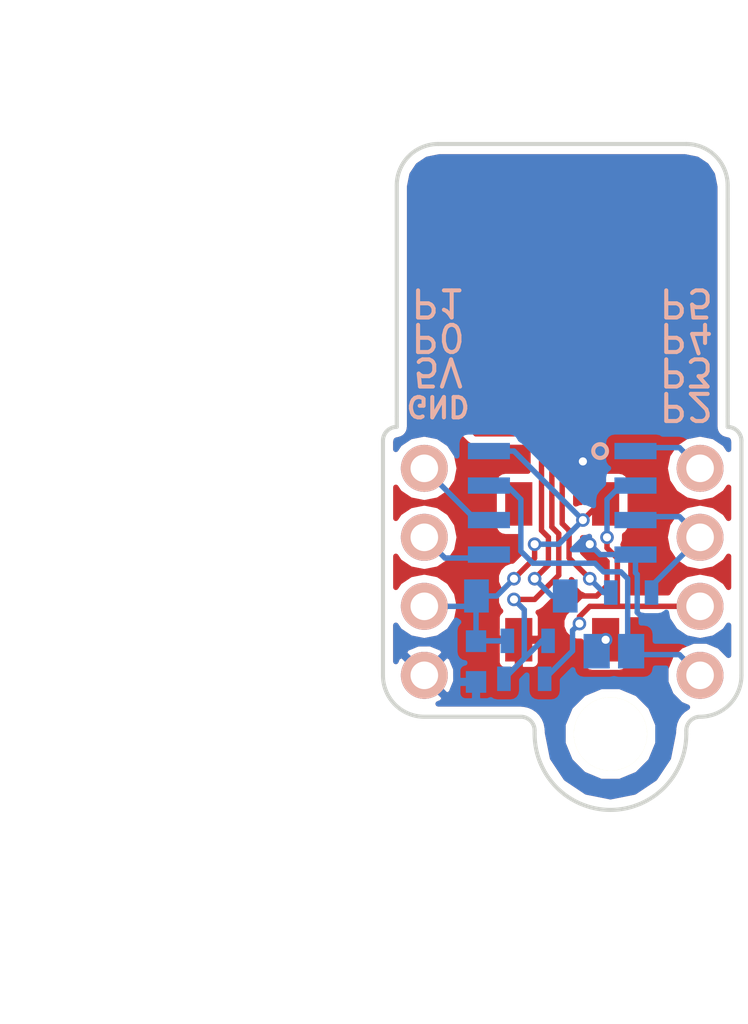
<source format=kicad_pcb>
(kicad_pcb (version 4) (host pcbnew 4.0.2-stable)

  (general
    (links 23)
    (no_connects 0)
    (area 154.610999 86.792999 167.969001 111.454001)
    (thickness 1.6)
    (drawings 33)
    (tracks 115)
    (zones 0)
    (modules 12)
    (nets 14)
  )

  (page A4)
  (layers
    (0 F.Cu signal)
    (31 B.Cu signal)
    (32 B.Adhes user)
    (33 F.Adhes user)
    (34 B.Paste user)
    (35 F.Paste user)
    (36 B.SilkS user)
    (37 F.SilkS user)
    (38 B.Mask user)
    (39 F.Mask user)
    (40 Dwgs.User user)
    (41 Cmts.User user hide)
    (42 Eco1.User user)
    (43 Eco2.User user)
    (44 Edge.Cuts user)
    (45 Margin user)
    (46 B.CrtYd user)
    (47 F.CrtYd user)
    (48 B.Fab user)
    (49 F.Fab user)
  )

  (setup
    (last_trace_width 0.2)
    (trace_clearance 0.1524)
    (zone_clearance 0.3)
    (zone_45_only no)
    (trace_min 0.1524)
    (segment_width 0.2)
    (edge_width 0.15)
    (via_size 0.5)
    (via_drill 0.3)
    (via_min_size 0.5)
    (via_min_drill 0.3)
    (uvia_size 0.3)
    (uvia_drill 0.1)
    (uvias_allowed no)
    (uvia_min_size 0.2)
    (uvia_min_drill 0.1)
    (pcb_text_width 0.15)
    (pcb_text_size 1 1)
    (mod_edge_width 0.15)
    (mod_text_size 1 1)
    (mod_text_width 0.15)
    (pad_size 1.7272 1.7272)
    (pad_drill 1.016)
    (pad_to_mask_clearance 0.2)
    (aux_axis_origin 0 0)
    (grid_origin 161.29 86.868)
    (visible_elements FFFFFF7F)
    (pcbplotparams
      (layerselection 0x010fc_80000001)
      (usegerberextensions false)
      (excludeedgelayer true)
      (linewidth 0.100000)
      (plotframeref false)
      (viasonmask false)
      (mode 1)
      (useauxorigin false)
      (hpglpennumber 1)
      (hpglpenspeed 20)
      (hpglpendiameter 15)
      (hpglpenoverlay 2)
      (psnegative false)
      (psa4output false)
      (plotreference true)
      (plotvalue true)
      (plotinvisibletext false)
      (padsonsilk false)
      (subtractmaskfromsilk false)
      (outputformat 1)
      (mirror false)
      (drillshape 0)
      (scaleselection 1)
      (outputdirectory gerber/))
  )

  (net 0 "")
  (net 1 +5V)
  (net 2 GND)
  (net 3 "Net-(D1-Pad2)")
  (net 4 "Net-(IC1-Pad1)")
  (net 5 "Net-(IC1-Pad2)")
  (net 6 "Net-(IC1-Pad3)")
  (net 7 "Net-(IC1-Pad5)")
  (net 8 "Net-(IC1-Pad6)")
  (net 9 "Net-(IC1-Pad7)")
  (net 10 "Net-(P3-Pad3)")
  (net 11 "Net-(P3-Pad2)")
  (net 12 "Net-(JP1-Pad2)")
  (net 13 "Net-(U1-Pad2)")

  (net_class Default "This is the default net class."
    (clearance 0.1524)
    (trace_width 0.2)
    (via_dia 0.5)
    (via_drill 0.3)
    (uvia_dia 0.3)
    (uvia_drill 0.1)
    (add_net +5V)
    (add_net GND)
    (add_net "Net-(D1-Pad2)")
    (add_net "Net-(IC1-Pad1)")
    (add_net "Net-(IC1-Pad2)")
    (add_net "Net-(IC1-Pad3)")
    (add_net "Net-(IC1-Pad5)")
    (add_net "Net-(IC1-Pad6)")
    (add_net "Net-(IC1-Pad7)")
    (add_net "Net-(JP1-Pad2)")
    (add_net "Net-(P3-Pad2)")
    (add_net "Net-(P3-Pad3)")
    (add_net "Net-(U1-Pad2)")
  )

  (module Resistors_SMD:R_0603 (layer B.Cu) (tedit 5762DEC8) (tstamp 57618D54)
    (at 163.83 103.378 180)
    (descr "Resistor SMD 0603, reflow soldering, Vishay (see dcrcw.pdf)")
    (tags "resistor 0603")
    (path /57617846)
    (attr smd)
    (fp_text reference R3 (at 0 0 180) (layer Dwgs.User)
      (effects (font (size 1 1) (thickness 0.15)))
    )
    (fp_text value 66 (at 0 -1.9 180) (layer B.Fab)
      (effects (font (size 1 1) (thickness 0.15)) (justify mirror))
    )
    (fp_line (start -1.3 0.8) (end 1.3 0.8) (layer B.CrtYd) (width 0.05))
    (fp_line (start -1.3 -0.8) (end 1.3 -0.8) (layer B.CrtYd) (width 0.05))
    (fp_line (start -1.3 0.8) (end -1.3 -0.8) (layer B.CrtYd) (width 0.05))
    (fp_line (start 1.3 0.8) (end 1.3 -0.8) (layer B.CrtYd) (width 0.05))
    (fp_line (start 0.5 -0.675) (end -0.5 -0.675) (layer Dwgs.User) (width 0.15))
    (fp_line (start -0.5 0.675) (end 0.5 0.675) (layer Dwgs.User) (width 0.15))
    (pad 1 smd rect (at -0.75 0 180) (size 0.5 0.9) (layers B.Cu B.Paste B.Mask)
      (net 6 "Net-(IC1-Pad3)"))
    (pad 2 smd rect (at 0.75 0 180) (size 0.5 0.9) (layers B.Cu B.Paste B.Mask)
      (net 10 "Net-(P3-Pad3)"))
    (model Resistors_SMD.3dshapes/R_0603.wrl
      (at (xyz 0 0 0))
      (scale (xyz 1 1 1))
      (rotate (xyz 0 0 0))
    )
  )

  (module Connect:GS2 (layer B.Cu) (tedit 5762DEB9) (tstamp 576194FB)
    (at 163.195 105.537 90)
    (descr "Pontet Goute de soudure")
    (path /5761A277)
    (attr virtual)
    (fp_text reference JP1 (at 0 0 180) (layer Dwgs.User)
      (effects (font (size 1 1) (thickness 0.15)))
    )
    (fp_text value JUMPER (at -1.778 0 360) (layer B.Fab)
      (effects (font (size 1 1) (thickness 0.15)) (justify mirror))
    )
    (fp_line (start -0.889 1.27) (end -0.889 -1.27) (layer Dwgs.User) (width 0.15))
    (fp_line (start 0.889 -1.27) (end 0.889 1.27) (layer Dwgs.User) (width 0.15))
    (fp_line (start 0.889 -1.27) (end -0.889 -1.27) (layer Dwgs.User) (width 0.15))
    (fp_line (start -0.889 1.27) (end 0.889 1.27) (layer Dwgs.User) (width 0.15))
    (pad 1 smd rect (at 0 0.635 90) (size 1.27 0.9652) (layers B.Cu B.Paste B.Mask)
      (net 9 "Net-(IC1-Pad7)"))
    (pad 2 smd rect (at 0 -0.635 90) (size 1.27 0.9652) (layers B.Cu B.Paste B.Mask)
      (net 12 "Net-(JP1-Pad2)"))
  )

  (module Resistors_SMD:R_0603 (layer B.Cu) (tedit 5762DEA1) (tstamp 57618D4E)
    (at 159.893 106.553 180)
    (descr "Resistor SMD 0603, reflow soldering, Vishay (see dcrcw.pdf)")
    (tags "resistor 0603")
    (path /576178AE)
    (attr smd)
    (fp_text reference R2 (at 0 0 180) (layer Dwgs.User)
      (effects (font (size 1 1) (thickness 0.15)))
    )
    (fp_text value 66 (at 0 0 180) (layer B.Fab)
      (effects (font (size 1 1) (thickness 0.15)) (justify mirror))
    )
    (fp_line (start -1.3 0.8) (end 1.3 0.8) (layer B.CrtYd) (width 0.05))
    (fp_line (start -1.3 -0.8) (end 1.3 -0.8) (layer B.CrtYd) (width 0.05))
    (fp_line (start -1.3 0.8) (end -1.3 -0.8) (layer B.CrtYd) (width 0.05))
    (fp_line (start 1.3 0.8) (end 1.3 -0.8) (layer B.CrtYd) (width 0.05))
    (fp_line (start 0.5 -0.675) (end -0.5 -0.675) (layer Dwgs.User) (width 0.15))
    (fp_line (start -0.5 0.675) (end 0.5 0.675) (layer Dwgs.User) (width 0.15))
    (pad 1 smd rect (at -0.75 0 180) (size 0.5 0.9) (layers B.Cu B.Paste B.Mask)
      (net 5 "Net-(IC1-Pad2)"))
    (pad 2 smd rect (at 0.75 0 180) (size 0.5 0.9) (layers B.Cu B.Paste B.Mask)
      (net 11 "Net-(P3-Pad2)"))
    (model Resistors_SMD.3dshapes/R_0603.wrl
      (at (xyz 0 0 0))
      (scale (xyz 1 1 1))
      (rotate (xyz 0 0 0))
    )
  )

  (module Capacitors_SMD:C_0603 (layer B.Cu) (tedit 5762DE90) (tstamp 57618D18)
    (at 158.115 105.918 270)
    (descr "Capacitor SMD 0603, reflow soldering, AVX (see smccp.pdf)")
    (tags "capacitor 0603")
    (path /5761A5BC)
    (attr smd)
    (fp_text reference C1 (at 0 0 270) (layer Dwgs.User)
      (effects (font (size 1 1) (thickness 0.15)))
    )
    (fp_text value 1u-5u (at 0 0 270) (layer B.Fab)
      (effects (font (size 1 1) (thickness 0.15)) (justify mirror))
    )
    (fp_line (start -1.45 0.75) (end 1.45 0.75) (layer B.CrtYd) (width 0.05))
    (fp_line (start -1.45 -0.75) (end 1.45 -0.75) (layer B.CrtYd) (width 0.05))
    (fp_line (start -1.45 0.75) (end -1.45 -0.75) (layer B.CrtYd) (width 0.05))
    (fp_line (start 1.45 0.75) (end 1.45 -0.75) (layer B.CrtYd) (width 0.05))
    (fp_line (start -0.35 0.6) (end 0.35 0.6) (layer Dwgs.User) (width 0.15))
    (fp_line (start 0.35 -0.6) (end -0.35 -0.6) (layer Dwgs.User) (width 0.15))
    (pad 1 smd rect (at -0.75 0 270) (size 0.8 0.75) (layers B.Cu B.Paste B.Mask)
      (net 1 +5V))
    (pad 2 smd rect (at 0.75 0 270) (size 0.8 0.75) (layers B.Cu B.Paste B.Mask)
      (net 2 GND))
    (model Capacitors_SMD.3dshapes/C_0603.wrl
      (at (xyz 0 0 0))
      (scale (xyz 1 1 1))
      (rotate (xyz 0 0 0))
    )
  )

  (module Resistors_SMD:R_0603 (layer B.Cu) (tedit 5762DE6D) (tstamp 57618D48)
    (at 160.02 105.156 180)
    (descr "Resistor SMD 0603, reflow soldering, Vishay (see dcrcw.pdf)")
    (tags "resistor 0603")
    (path /5761984C)
    (attr smd)
    (fp_text reference R1 (at 0 0 180) (layer Dwgs.User)
      (effects (font (size 1 1) (thickness 0.15)))
    )
    (fp_text value 1.5k (at 0 0 180) (layer B.Fab)
      (effects (font (size 1 1) (thickness 0.15)) (justify mirror))
    )
    (fp_line (start -1.3 0.8) (end 1.3 0.8) (layer B.CrtYd) (width 0.05))
    (fp_line (start -1.3 -0.8) (end 1.3 -0.8) (layer B.CrtYd) (width 0.05))
    (fp_line (start -1.3 0.8) (end -1.3 -0.8) (layer B.CrtYd) (width 0.05))
    (fp_line (start 1.3 0.8) (end 1.3 -0.8) (layer B.CrtYd) (width 0.05))
    (fp_line (start 0.5 -0.675) (end -0.5 -0.675) (layer Dwgs.User) (width 0.15))
    (fp_line (start -0.5 0.675) (end 0.5 0.675) (layer Dwgs.User) (width 0.15))
    (pad 1 smd rect (at -0.75 0 180) (size 0.5 0.9) (layers B.Cu B.Paste B.Mask)
      (net 11 "Net-(P3-Pad2)"))
    (pad 2 smd rect (at 0.75 0 180) (size 0.5 0.9) (layers B.Cu B.Paste B.Mask)
      (net 1 +5V))
    (model Resistors_SMD.3dshapes/R_0603.wrl
      (at (xyz 0 0 0))
      (scale (xyz 1 1 1))
      (rotate (xyz 0 0 0))
    )
  )

  (module Diodes_SMD:SOD-123 (layer B.Cu) (tedit 5762DE58) (tstamp 57618D1E)
    (at 159.766 103.505)
    (descr SOD-123)
    (tags SOD-123)
    (path /57617CBC)
    (attr smd)
    (fp_text reference D1 (at 0 0) (layer Dwgs.User)
      (effects (font (size 1 1) (thickness 0.15)))
    )
    (fp_text value MBR0520LT (at 0 -3.556) (layer B.Fab)
      (effects (font (size 1 1) (thickness 0.15)) (justify mirror))
    )
    (fp_line (start 0.3175 0) (end 0.6985 0) (layer Dwgs.User) (width 0.15))
    (fp_line (start -0.6985 0) (end -0.3175 0) (layer Dwgs.User) (width 0.15))
    (fp_line (start -0.3175 0) (end 0.3175 0.381) (layer Dwgs.User) (width 0.15))
    (fp_line (start 0.3175 0.381) (end 0.3175 -0.381) (layer Dwgs.User) (width 0.15))
    (fp_line (start 0.3175 -0.381) (end -0.3175 0) (layer Dwgs.User) (width 0.15))
    (fp_line (start -0.3175 0.508) (end -0.3175 -0.508) (layer Dwgs.User) (width 0.15))
    (fp_line (start -2.25 1.05) (end 2.25 1.05) (layer B.CrtYd) (width 0.05))
    (fp_line (start 2.25 1.05) (end 2.25 -1.05) (layer B.CrtYd) (width 0.05))
    (fp_line (start 2.25 -1.05) (end -2.25 -1.05) (layer B.CrtYd) (width 0.05))
    (fp_line (start -2.25 1.05) (end -2.25 -1.05) (layer B.CrtYd) (width 0.05))
    (fp_line (start -2 -0.9) (end 1.54 -0.9) (layer Dwgs.User) (width 0.15))
    (fp_line (start -2 0.9) (end 1.54 0.9) (layer Dwgs.User) (width 0.15))
    (pad 1 smd rect (at -1.635 0) (size 0.91 1.22) (layers B.Cu B.Paste B.Mask)
      (net 1 +5V))
    (pad 2 smd rect (at 1.635 0) (size 0.91 1.22) (layers B.Cu B.Paste B.Mask)
      (net 3 "Net-(D1-Pad2)"))
    (model Diodes_SMD.3dshapes/TUMD2.wrl
      (at (xyz 0 0 0))
      (scale (xyz 5 5 5))
      (rotate (xyz 0 0 0))
    )
  )

  (module Housings_SOIC:SOIC-8_3.9x4.9mm_Pitch1.27mm (layer B.Cu) (tedit 5762DE23) (tstamp 57618D2A)
    (at 161.29 100.076 180)
    (descr "8-Lead Plastic Small Outline (SN) - Narrow, 3.90 mm Body [SOIC] (see Microchip Packaging Specification 00000049BS.pdf)")
    (tags "SOIC 1.27")
    (path /576172FC)
    (attr smd)
    (fp_text reference IC1 (at 0 0 180) (layer Dwgs.User)
      (effects (font (size 1 1) (thickness 0.15)))
    )
    (fp_text value ATTINY85-20SUR (at 5.334 0 270) (layer B.Fab)
      (effects (font (size 1 1) (thickness 0.15)) (justify mirror))
    )
    (fp_circle (center -1.397 1.905) (end -1.143 1.905) (layer B.SilkS) (width 0.15))
    (fp_line (start -3.75 2.75) (end -3.75 -2.75) (layer B.CrtYd) (width 0.05))
    (fp_line (start 3.75 2.75) (end 3.75 -2.75) (layer B.CrtYd) (width 0.05))
    (fp_line (start -3.75 2.75) (end 3.75 2.75) (layer B.CrtYd) (width 0.05))
    (fp_line (start -3.75 -2.75) (end 3.75 -2.75) (layer B.CrtYd) (width 0.05))
    (fp_line (start -2.075 2.575) (end -2.075 2.43) (layer Dwgs.User) (width 0.15))
    (fp_line (start 2.075 2.575) (end 2.075 2.43) (layer Dwgs.User) (width 0.15))
    (fp_line (start 2.075 -2.575) (end 2.075 -2.43) (layer Dwgs.User) (width 0.15))
    (fp_line (start -2.075 -2.575) (end -2.075 -2.43) (layer Dwgs.User) (width 0.15))
    (fp_line (start -2.075 2.575) (end 2.075 2.575) (layer Dwgs.User) (width 0.15))
    (fp_line (start -2.075 -2.575) (end 2.075 -2.575) (layer Dwgs.User) (width 0.15))
    (fp_line (start -2.075 2.43) (end -3.475 2.43) (layer Dwgs.User) (width 0.15))
    (pad 1 smd rect (at -2.7 1.905 180) (size 1.55 0.6) (layers B.Cu B.Paste B.Mask)
      (net 4 "Net-(IC1-Pad1)"))
    (pad 2 smd rect (at -2.7 0.635 180) (size 1.55 0.6) (layers B.Cu B.Paste B.Mask)
      (net 5 "Net-(IC1-Pad2)"))
    (pad 3 smd rect (at -2.7 -0.635 180) (size 1.55 0.6) (layers B.Cu B.Paste B.Mask)
      (net 6 "Net-(IC1-Pad3)"))
    (pad 4 smd rect (at -2.7 -1.905 180) (size 1.55 0.6) (layers B.Cu B.Paste B.Mask)
      (net 2 GND))
    (pad 5 smd rect (at 2.7 -1.905 180) (size 1.55 0.6) (layers B.Cu B.Paste B.Mask)
      (net 7 "Net-(IC1-Pad5)"))
    (pad 6 smd rect (at 2.7 -0.635 180) (size 1.55 0.6) (layers B.Cu B.Paste B.Mask)
      (net 8 "Net-(IC1-Pad6)"))
    (pad 7 smd rect (at 2.7 0.635 180) (size 1.55 0.6) (layers B.Cu B.Paste B.Mask)
      (net 9 "Net-(IC1-Pad7)"))
    (pad 8 smd rect (at 2.7 1.905 180) (size 1.55 0.6) (layers B.Cu B.Paste B.Mask)
      (net 1 +5V))
    (model Housings_SOIC.3dshapes/SOIC-8_3.9x4.9mm_Pitch1.27mm.wrl
      (at (xyz 0 0 0))
      (scale (xyz 1 1 1))
      (rotate (xyz 0 0 0))
    )
  )

  (module LEDs:LED_WS2812B-PLCC4 (layer F.Cu) (tedit 5762DDDD) (tstamp 57619512)
    (at 161.29 102.616 270)
    (descr http://www.world-semi.com/uploads/soft/150522/1-150522091P5.pdf)
    (tags "LED NeoPixel")
    (path /5761A15E)
    (attr smd)
    (fp_text reference U1 (at 0 0 450) (layer Dwgs.User)
      (effects (font (size 1 1) (thickness 0.15)))
    )
    (fp_text value WS2812 (at 0 0 270) (layer F.Fab)
      (effects (font (size 1 1) (thickness 0.15)))
    )
    (fp_line (start 3.75 -2.85) (end -3.75 -2.85) (layer F.CrtYd) (width 0.05))
    (fp_line (start 3.75 2.85) (end 3.75 -2.85) (layer F.CrtYd) (width 0.05))
    (fp_line (start -3.75 2.85) (end 3.75 2.85) (layer F.CrtYd) (width 0.05))
    (fp_line (start -3.75 -2.85) (end -3.75 2.85) (layer F.CrtYd) (width 0.05))
    (fp_line (start 2.5 1.5) (end 1.5 2.5) (layer Dwgs.User) (width 0.1))
    (fp_line (start -2.5 -2.5) (end -2.5 2.5) (layer Dwgs.User) (width 0.1))
    (fp_line (start -2.5 2.5) (end 2.5 2.5) (layer Dwgs.User) (width 0.1))
    (fp_line (start 2.5 2.5) (end 2.5 -2.5) (layer Dwgs.User) (width 0.1))
    (fp_line (start 2.5 -2.5) (end -2.5 -2.5) (layer Dwgs.User) (width 0.1))
    (fp_line (start -3.5 -2.6) (end 3.5 -2.6) (layer Dwgs.User) (width 0.15))
    (fp_line (start -3.5 2.6) (end 3.5 2.6) (layer Dwgs.User) (width 0.15))
    (fp_line (start 3.5 2.6) (end 3.5 1.6) (layer Dwgs.User) (width 0.15))
    (fp_circle (center 0 0) (end 0 -2) (layer Dwgs.User) (width 0.1))
    (pad 3 smd rect (at 2.5 1.6 270) (size 1.6 1) (layers F.Cu F.Paste F.Mask)
      (net 2 GND))
    (pad 4 smd rect (at 2.5 -1.6 270) (size 1.6 1) (layers F.Cu F.Paste F.Mask)
      (net 12 "Net-(JP1-Pad2)"))
    (pad 2 smd rect (at -2.5 1.6 270) (size 1.6 1) (layers F.Cu F.Paste F.Mask)
      (net 13 "Net-(U1-Pad2)"))
    (pad 1 smd rect (at -2.5 -1.6 270) (size 1.6 1) (layers F.Cu F.Paste F.Mask)
      (net 1 +5V))
    (model /home/ambrosechua/Documents/chloe/LED_WS2812B-PLCC4.wrl
      (at (xyz 0 0 0.004))
      (scale (xyz 0.385 0.385 0.385))
      (rotate (xyz 0 0 180))
    )
  )

  (module Pin_Headers:Pin_Header_Straight_1x04 (layer B.Cu) (tedit 5762DDBB) (tstamp 57619590)
    (at 166.37 106.426)
    (descr "Through hole pin header")
    (tags "pin header")
    (path /57618CB5)
    (fp_text reference P2 (at 0 1.524) (layer Dwgs.User)
      (effects (font (size 1 1) (thickness 0.15)))
    )
    (fp_text value IO (at 0 3.1) (layer B.Fab)
      (effects (font (size 1 1) (thickness 0.15)) (justify mirror))
    )
    (fp_line (start -1.75 1.75) (end -1.75 -9.4) (layer B.CrtYd) (width 0.05))
    (fp_line (start 1.75 1.75) (end 1.75 -9.4) (layer B.CrtYd) (width 0.05))
    (fp_line (start -1.75 1.75) (end 1.75 1.75) (layer B.CrtYd) (width 0.05))
    (fp_line (start -1.75 -9.4) (end 1.75 -9.4) (layer B.CrtYd) (width 0.05))
    (fp_line (start -1.27 -1.27) (end -1.27 -8.89) (layer Dwgs.User) (width 0.15))
    (fp_line (start 1.27 -1.27) (end 1.27 -8.89) (layer Dwgs.User) (width 0.15))
    (fp_line (start 1.55 1.55) (end 1.55 0) (layer Dwgs.User) (width 0.15))
    (fp_line (start -1.27 -8.89) (end 1.27 -8.89) (layer Dwgs.User) (width 0.15))
    (fp_line (start 1.27 -1.27) (end -1.27 -1.27) (layer Dwgs.User) (width 0.15))
    (fp_line (start -1.55 0) (end -1.55 1.55) (layer Dwgs.User) (width 0.15))
    (fp_line (start -1.55 1.55) (end 1.55 1.55) (layer Dwgs.User) (width 0.15))
    (pad 1 thru_hole circle (at 0 0) (size 1.7272 1.7272) (drill 1.016) (layers *.Cu *.Mask B.SilkS)
      (net 9 "Net-(IC1-Pad7)"))
    (pad 2 thru_hole oval (at 0 -2.54) (size 1.7272 1.7272) (drill 1.016) (layers *.Cu *.Mask B.SilkS)
      (net 5 "Net-(IC1-Pad2)"))
    (pad 3 thru_hole oval (at 0 -5.08) (size 1.7272 1.7272) (drill 1.016) (layers *.Cu *.Mask B.SilkS)
      (net 6 "Net-(IC1-Pad3)"))
    (pad 4 thru_hole oval (at 0 -7.62) (size 1.7272 1.7272) (drill 1.016) (layers *.Cu *.Mask B.SilkS)
      (net 4 "Net-(IC1-Pad1)"))
    (model Pin_Headers.3dshapes/Pin_Header_Straight_1x04.wrl
      (at (xyz 0 -0.15 0))
      (scale (xyz 0 0 0))
      (rotate (xyz 0 0 90))
    )
  )

  (module Pin_Headers:Pin_Header_Straight_1x04 (layer B.Cu) (tedit 5762DD7B) (tstamp 57619588)
    (at 156.21 106.426)
    (descr "Through hole pin header")
    (tags "pin header")
    (path /57617EC9)
    (fp_text reference P1 (at 0 1.524) (layer Dwgs.User)
      (effects (font (size 1 1) (thickness 0.15)))
    )
    (fp_text value IO (at 0 3.1) (layer B.Fab)
      (effects (font (size 1 1) (thickness 0.15)) (justify mirror))
    )
    (fp_line (start -1.75 1.75) (end -1.75 -9.4) (layer B.CrtYd) (width 0.05))
    (fp_line (start 1.75 1.75) (end 1.75 -9.4) (layer B.CrtYd) (width 0.05))
    (fp_line (start -1.75 1.75) (end 1.75 1.75) (layer B.CrtYd) (width 0.05))
    (fp_line (start -1.75 -9.4) (end 1.75 -9.4) (layer B.CrtYd) (width 0.05))
    (fp_line (start -1.27 -1.27) (end -1.27 -8.89) (layer Dwgs.User) (width 0.15))
    (fp_line (start 1.27 -1.27) (end 1.27 -8.89) (layer Dwgs.User) (width 0.15))
    (fp_line (start 1.55 1.55) (end 1.55 0) (layer Dwgs.User) (width 0.15))
    (fp_line (start -1.27 -8.89) (end 1.27 -8.89) (layer Dwgs.User) (width 0.15))
    (fp_line (start 1.27 -1.27) (end -1.27 -1.27) (layer Dwgs.User) (width 0.15))
    (fp_line (start -1.55 0) (end -1.55 1.55) (layer Dwgs.User) (width 0.15))
    (fp_line (start -1.55 1.55) (end 1.55 1.55) (layer Dwgs.User) (width 0.15))
    (pad 1 thru_hole circle (at 0 0) (size 1.7272 1.7272) (drill 1.016) (layers *.Cu *.Mask B.SilkS)
      (net 2 GND))
    (pad 2 thru_hole oval (at 0 -2.54) (size 1.7272 1.7272) (drill 1.016) (layers *.Cu *.Mask B.SilkS)
      (net 1 +5V))
    (pad 3 thru_hole oval (at 0 -5.08) (size 1.7272 1.7272) (drill 1.016) (layers *.Cu *.Mask B.SilkS)
      (net 7 "Net-(IC1-Pad5)"))
    (pad 4 thru_hole oval (at 0 -7.62) (size 1.7272 1.7272) (drill 1.016) (layers *.Cu *.Mask B.SilkS)
      (net 8 "Net-(IC1-Pad6)"))
    (model Pin_Headers.3dshapes/Pin_Header_Straight_1x04.wrl
      (at (xyz 0 -0.15 0))
      (scale (xyz 0 0 0))
      (rotate (xyz 0 0 90))
    )
  )

  (module usb-PCB:usb-PCB (layer F.Cu) (tedit 542BB0AF) (tstamp 57628562)
    (at 161.29 87.249 180)
    (path /57249F9D)
    (attr virtual)
    (fp_text reference P3 (at 0.13 -7.85 180) (layer F.SilkS) hide
      (effects (font (size 1 1) (thickness 0.15)))
    )
    (fp_text value USB_A (at 0.29 -10.13 180) (layer F.SilkS) hide
      (effects (font (size 1 1) (thickness 0.15)))
    )
    (fp_line (start 6.03 0) (end 6.03 -12) (layer Dwgs.User) (width 0.15))
    (fp_line (start 6.03 0) (end -6.03 0) (layer Dwgs.User) (width 0.15))
    (fp_line (start -6.03 0) (end -6.03 -12) (layer Dwgs.User) (width 0.15))
    (pad 1 connect rect (at 3.81 -4.9 180) (size 1.9 8) (layers F.Cu F.Mask)
      (net 3 "Net-(D1-Pad2)"))
    (pad 4 connect rect (at -3.81 -4.9 180) (size 1.9 8) (layers F.Cu F.Mask)
      (net 2 GND))
    (pad 3 connect rect (at -1.3 -5.15 180) (size 2 7.5) (layers F.Cu F.Mask)
      (net 10 "Net-(P3-Pad3)"))
    (pad 2 connect rect (at 1.3 -5.15 180) (size 2 7.5) (layers F.Cu F.Mask)
      (net 11 "Net-(P3-Pad2)"))
  )

  (module Mounting_Holes:MountingHole_2.7mm_M2.5 (layer F.Cu) (tedit 56D1B4CB) (tstamp 576198A0)
    (at 163.068 108.585 90)
    (descr "Mounting Hole 2.7mm, no annular, M2.5")
    (tags "mounting hole 2.7mm no annular m2.5")
    (fp_text reference "" (at 0 -3.7 90) (layer F.SilkS)
      (effects (font (size 1 1) (thickness 0.15)))
    )
    (fp_text value "" (at 0 3.7 90) (layer F.Fab)
      (effects (font (size 1 1) (thickness 0.15)))
    )
    (fp_circle (center 0 0) (end 2.7 0) (layer Cmts.User) (width 0.15))
    (fp_circle (center 0 0) (end 2.95 0) (layer F.CrtYd) (width 0.05))
    (pad 1 np_thru_hole circle (at 0 0 90) (size 2.7 2.7) (drill 2.7) (layers *.Cu *.Mask F.SilkS))
  )

  (gr_arc (start 167.386 97.79) (end 167.386 97.282) (angle 90) (layer Edge.Cuts) (width 0.15))
  (dimension 12.192 (width 0.15) (layer Dwgs.User)
    (gr_text "12.192 mm" (at 161.29 82.766) (layer Dwgs.User)
      (effects (font (size 1 1) (thickness 0.15)))
    )
    (feature1 (pts (xy 167.386 87.122) (xy 167.386 81.966)))
    (feature2 (pts (xy 155.194 87.122) (xy 155.194 81.966)))
    (crossbar (pts (xy 155.194 83.566) (xy 167.386 83.566)))
    (arrow1a (pts (xy 167.386 83.566) (xy 166.259496 84.152421)))
    (arrow1b (pts (xy 167.386 83.566) (xy 166.259496 82.979579)))
    (arrow2a (pts (xy 155.194 83.566) (xy 156.320504 84.152421)))
    (arrow2b (pts (xy 155.194 83.566) (xy 156.320504 82.979579)))
  )
  (dimension 24.384 (width 0.15) (layer Dwgs.User)
    (gr_text "24.384 mm" (at 144.742 99.568 90) (layer Dwgs.User)
      (effects (font (size 1 1) (thickness 0.15)))
    )
    (feature1 (pts (xy 154.94 87.376) (xy 143.942 87.376)))
    (feature2 (pts (xy 154.94 111.76) (xy 143.942 111.76)))
    (crossbar (pts (xy 145.542 111.76) (xy 145.542 87.376)))
    (arrow1a (pts (xy 145.542 87.376) (xy 146.128421 88.502504)))
    (arrow1b (pts (xy 145.542 87.376) (xy 144.955579 88.502504)))
    (arrow2a (pts (xy 145.542 111.76) (xy 146.128421 110.633496)))
    (arrow2b (pts (xy 145.542 111.76) (xy 144.955579 110.633496)))
  )
  (dimension 12.7 (width 0.15) (layer Dwgs.User)
    (gr_text "12.700 mm" (at 161.29 119.418) (layer Dwgs.User)
      (effects (font (size 1 1) (thickness 0.15)))
    )
    (feature1 (pts (xy 167.64 111.76) (xy 167.64 120.218)))
    (feature2 (pts (xy 154.94 111.76) (xy 154.94 120.218)))
    (crossbar (pts (xy 154.94 118.618) (xy 167.64 118.618)))
    (arrow1a (pts (xy 167.64 118.618) (xy 166.513496 119.204421)))
    (arrow1b (pts (xy 167.64 118.618) (xy 166.513496 118.031579)))
    (arrow2a (pts (xy 154.94 118.618) (xy 156.066504 119.204421)))
    (arrow2b (pts (xy 154.94 118.618) (xy 156.066504 118.031579)))
  )
  (gr_line (start 167.386 88.392) (end 167.386 88.9) (angle 90) (layer Edge.Cuts) (width 0.15))
  (gr_line (start 167.386 96.901) (end 167.386 88.9) (angle 90) (layer Edge.Cuts) (width 0.15))
  (gr_line (start 167.386 96.901) (end 167.386 97.282) (angle 90) (layer Edge.Cuts) (width 0.15))
  (gr_arc (start 166.37 108.458) (end 165.862 108.458) (angle 90) (layer Edge.Cuts) (width 0.15))
  (gr_text P5 (at 165.862 92.71 180) (layer B.SilkS)
    (effects (font (size 1 1) (thickness 0.15)) (justify mirror))
  )
  (gr_text P4 (at 165.862 93.98 180) (layer B.SilkS)
    (effects (font (size 1 1) (thickness 0.15)) (justify mirror))
  )
  (gr_text P3 (at 165.862 95.25 180) (layer B.SilkS)
    (effects (font (size 1 1) (thickness 0.15)) (justify mirror))
  )
  (gr_text P2 (at 165.862 96.52 180) (layer B.SilkS)
    (effects (font (size 1 1) (thickness 0.15)) (justify mirror))
  )
  (gr_text P1 (at 156.718 92.71 180) (layer B.SilkS)
    (effects (font (size 1 1) (thickness 0.15)) (justify mirror))
  )
  (gr_text P0 (at 156.718 93.98 180) (layer B.SilkS)
    (effects (font (size 1 1) (thickness 0.15)) (justify mirror))
  )
  (gr_text 5V (at 156.718 95.25 180) (layer B.SilkS)
    (effects (font (size 1 1) (thickness 0.15)) (justify mirror))
  )
  (gr_text "GND\n" (at 156.718 96.52 180) (layer B.SilkS)
    (effects (font (size 0.75 0.75) (thickness 0.15)) (justify mirror))
  )
  (gr_line (start 167.894 106.426) (end 167.894 97.79) (angle 90) (layer Edge.Cuts) (width 0.15))
  (gr_line (start 154.686 97.79) (end 154.686 106.426) (angle 90) (layer Edge.Cuts) (width 0.15))
  (gr_line (start 155.194 96.901) (end 155.194 97.282) (angle 90) (layer Edge.Cuts) (width 0.15))
  (gr_arc (start 155.194 97.79) (end 154.686 97.79) (angle 90) (layer Edge.Cuts) (width 0.15))
  (gr_line (start 155.194 88.392) (end 155.194 96.901) (angle 90) (layer Edge.Cuts) (width 0.15))
  (gr_line (start 165.862 86.868) (end 156.718 86.868) (angle 90) (layer Edge.Cuts) (width 0.15))
  (gr_arc (start 156.718 88.392) (end 155.194 88.392) (angle 90) (layer Edge.Cuts) (width 0.15))
  (gr_line (start 159.766 107.95) (end 156.21 107.95) (angle 90) (layer Edge.Cuts) (width 0.15))
  (gr_arc (start 156.21 106.426) (end 156.21 107.95) (angle 90) (layer Edge.Cuts) (width 0.15))
  (gr_line (start 160.274 108.458) (end 160.274 108.585) (angle 90) (layer Edge.Cuts) (width 0.15))
  (gr_line (start 165.862 108.458) (end 165.862 108.585) (angle 90) (layer Edge.Cuts) (width 0.15))
  (gr_arc (start 159.766 108.458) (end 159.766 107.95) (angle 90) (layer Edge.Cuts) (width 0.15))
  (gr_arc (start 163.068 108.585) (end 163.068 111.379) (angle 90) (layer Edge.Cuts) (width 0.15))
  (gr_arc (start 163.068 108.585) (end 165.862 108.585) (angle 90) (layer Edge.Cuts) (width 0.15))
  (gr_arc (start 165.862 88.392) (end 165.862 86.868) (angle 90) (layer Edge.Cuts) (width 0.15))
  (gr_arc (start 166.37 106.426) (end 167.894 106.426) (angle 90) (layer Edge.Cuts) (width 0.15))
  (gr_text "Chloé v1" (at 161.29 89.662 180) (layer B.Mask)
    (effects (font (size 1.2 1.2) (thickness 0.2) italic) (justify mirror))
  )

  (segment (start 158.59 98.171) (end 159.512 98.171) (width 0.2) (layer B.Cu) (net 1))
  (segment (start 159.512 98.171) (end 162.052 100.711) (width 0.2) (layer B.Cu) (net 1) (tstamp 5762C81D))
  (segment (start 162.89 100.116) (end 162.647 100.116) (width 0.2) (layer F.Cu) (net 1))
  (segment (start 162.647 100.116) (end 162.052 100.711) (width 0.2) (layer F.Cu) (net 1) (tstamp 5762C80E))
  (via (at 162.052 100.711) (size 0.5) (drill 0.3) (layers F.Cu B.Cu) (net 1))
  (segment (start 162.052 100.711) (end 161.163 101.6) (width 0.2) (layer B.Cu) (net 1) (tstamp 5762C814))
  (segment (start 161.163 101.6) (end 160.274 101.6) (width 0.2) (layer B.Cu) (net 1) (tstamp 5762C815))
  (segment (start 160.274 102.108) (end 159.512 102.87) (width 0.2) (layer F.Cu) (net 1) (tstamp 5762A11A))
  (via (at 159.512 102.87) (size 0.5) (drill 0.3) (layers F.Cu B.Cu) (net 1))
  (segment (start 159.512 102.87) (end 158.877 103.505) (width 0.2) (layer B.Cu) (net 1) (tstamp 5762A126))
  (segment (start 158.877 103.505) (end 158.131 103.505) (width 0.2) (layer B.Cu) (net 1) (tstamp 5762A127))
  (via (at 160.274 101.6) (size 0.5) (drill 0.3) (layers F.Cu B.Cu) (net 1))
  (segment (start 160.274 101.6) (end 160.274 102.108) (width 0.2) (layer F.Cu) (net 1))
  (segment (start 159.27 105.156) (end 158.127 105.156) (width 0.2) (layer B.Cu) (net 1))
  (segment (start 158.127 105.156) (end 158.115 105.168) (width 0.2) (layer B.Cu) (net 1) (tstamp 576298F8))
  (segment (start 158.115 105.168) (end 158.115 103.521) (width 0.2) (layer B.Cu) (net 1))
  (segment (start 158.115 103.521) (end 158.131 103.505) (width 0.2) (layer B.Cu) (net 1) (tstamp 5762960D))
  (segment (start 156.21 103.886) (end 157.75 103.886) (width 0.2) (layer B.Cu) (net 1))
  (segment (start 157.75 103.886) (end 158.131 103.505) (width 0.2) (layer B.Cu) (net 1) (tstamp 5762960A))
  (segment (start 158.127 105.156) (end 158.115 105.168) (width 0.2) (layer B.Cu) (net 1) (tstamp 576292B8))
  (segment (start 165.1 92.276) (end 165.1 97.409) (width 0.2) (layer F.Cu) (net 2))
  (via (at 162.052 98.552) (size 0.5) (drill 0.3) (layers F.Cu B.Cu) (net 2))
  (segment (start 163.957 98.552) (end 162.052 98.552) (width 0.2) (layer F.Cu) (net 2) (tstamp 5762CF18))
  (segment (start 165.1 97.409) (end 163.957 98.552) (width 0.2) (layer F.Cu) (net 2) (tstamp 5762CF17))
  (segment (start 164.055402 104.111402) (end 164.338 104.394) (width 0.2) (layer B.Cu) (net 2) (tstamp 5762D1A0))
  (segment (start 164.055402 102.714402) (end 164.055402 104.111402) (width 0.2) (layer B.Cu) (net 2) (tstamp 5762D19B))
  (segment (start 163.99 102.649) (end 164.055402 102.714402) (width 0.2) (layer B.Cu) (net 2) (tstamp 5762D195))
  (segment (start 163.99 101.981) (end 163.99 102.649) (width 0.2) (layer B.Cu) (net 2))
  (segment (start 162.56 103.505) (end 161.671 103.505) (width 0.2) (layer F.Cu) (net 2))
  (segment (start 162.687 101.981) (end 162.306 101.6) (width 0.2) (layer B.Cu) (net 2) (tstamp 57629FFF))
  (via (at 162.306 101.6) (size 0.5) (drill 0.3) (layers F.Cu B.Cu) (net 2))
  (segment (start 162.306 101.6) (end 162.941 102.235) (width 0.2) (layer F.Cu) (net 2) (tstamp 5762A005))
  (segment (start 162.941 102.235) (end 162.941 103.124) (width 0.2) (layer F.Cu) (net 2) (tstamp 5762A006))
  (segment (start 162.941 103.124) (end 162.56 103.505) (width 0.2) (layer F.Cu) (net 2) (tstamp 5762A007))
  (segment (start 163.99 101.981) (end 162.687 101.981) (width 0.2) (layer B.Cu) (net 2))
  (segment (start 160.568 105.116) (end 159.69 105.116) (width 0.2) (layer F.Cu) (net 2) (tstamp 5762D127))
  (segment (start 161.036 104.648) (end 160.568 105.116) (width 0.2) (layer F.Cu) (net 2) (tstamp 5762D125))
  (segment (start 161.036 104.14) (end 161.036 104.648) (width 0.2) (layer F.Cu) (net 2) (tstamp 5762D121))
  (segment (start 161.671 103.505) (end 161.036 104.14) (width 0.2) (layer F.Cu) (net 2) (tstamp 5762D11F))
  (segment (start 160.528 98.044) (end 160.528 101.092) (width 0.2) (layer F.Cu) (net 3))
  (segment (start 157.48 92.276) (end 157.48 96.901) (width 0.2) (layer F.Cu) (net 3))
  (segment (start 160.02 97.536) (end 160.528 98.044) (width 0.2) (layer F.Cu) (net 3) (tstamp 57629A38))
  (segment (start 158.115 97.536) (end 160.02 97.536) (width 0.2) (layer F.Cu) (net 3) (tstamp 57629A34))
  (segment (start 157.48 96.901) (end 158.115 97.536) (width 0.2) (layer F.Cu) (net 3) (tstamp 57629A2F))
  (segment (start 160.909 103.505) (end 161.401 103.505) (width 0.2) (layer B.Cu) (net 3) (tstamp 576299F6))
  (segment (start 160.274 102.87) (end 160.909 103.505) (width 0.2) (layer B.Cu) (net 3) (tstamp 576299F5))
  (via (at 160.274 102.87) (size 0.5) (drill 0.3) (layers F.Cu B.Cu) (net 3))
  (segment (start 160.782 102.362) (end 160.274 102.87) (width 0.2) (layer F.Cu) (net 3) (tstamp 576299F0))
  (segment (start 160.782 101.346) (end 160.782 102.362) (width 0.2) (layer F.Cu) (net 3) (tstamp 5762CDD2))
  (segment (start 160.528 101.092) (end 160.782 101.346) (width 0.2) (layer F.Cu) (net 3) (tstamp 5762CDCE))
  (segment (start 166.37 98.806) (end 165.608 98.044) (width 0.2) (layer B.Cu) (net 4))
  (segment (start 165.608 98.044) (end 164.117 98.044) (width 0.2) (layer B.Cu) (net 4) (tstamp 5762D28D))
  (segment (start 164.117 98.044) (end 163.99 98.171) (width 0.2) (layer B.Cu) (net 4) (tstamp 5762D290))
  (segment (start 166.37 103.886) (end 162.306 103.886) (width 0.2) (layer F.Cu) (net 5))
  (segment (start 161.671 105.525) (end 160.643 106.553) (width 0.2) (layer B.Cu) (net 5) (tstamp 5762D20C))
  (segment (start 161.671 104.775) (end 161.671 105.525) (width 0.2) (layer B.Cu) (net 5) (tstamp 5762D20B))
  (segment (start 161.925 104.521) (end 161.671 104.775) (width 0.2) (layer B.Cu) (net 5) (tstamp 5762D20A))
  (via (at 161.925 104.521) (size 0.5) (drill 0.3) (layers F.Cu B.Cu) (net 5))
  (segment (start 161.925 104.267) (end 161.925 104.521) (width 0.2) (layer F.Cu) (net 5) (tstamp 5762D200))
  (segment (start 162.306 103.886) (end 161.925 104.267) (width 0.2) (layer F.Cu) (net 5) (tstamp 5762D1FC))
  (segment (start 162.941 101.346) (end 162.941 101.736628) (width 0.2) (layer F.Cu) (net 5))
  (via (at 162.941 101.346) (size 0.5) (drill 0.3) (layers F.Cu B.Cu) (net 5))
  (segment (start 162.941 99.949) (end 162.941 101.346) (width 0.2) (layer B.Cu) (net 5) (tstamp 57629F1F))
  (segment (start 163.449 99.441) (end 162.941 99.949) (width 0.2) (layer B.Cu) (net 5) (tstamp 57629F1C))
  (segment (start 163.322 102.117628) (end 163.322 103.886) (width 0.2) (layer F.Cu) (net 5) (tstamp 5762D0F3))
  (segment (start 162.941 101.736628) (end 163.322 102.117628) (width 0.2) (layer F.Cu) (net 5) (tstamp 5762D0F2))
  (segment (start 166.37 103.886) (end 163.322 103.886) (width 0.2) (layer F.Cu) (net 5))
  (segment (start 163.99 99.441) (end 163.449 99.441) (width 0.2) (layer B.Cu) (net 5))
  (segment (start 165.481 103.886) (end 166.37 103.886) (width 0.2) (layer F.Cu) (net 5) (tstamp 57629E2B))
  (segment (start 166.37 101.346) (end 165.608 100.584) (width 0.2) (layer B.Cu) (net 6))
  (segment (start 165.608 100.584) (end 164.117 100.584) (width 0.2) (layer B.Cu) (net 6) (tstamp 5762D295))
  (segment (start 164.117 100.584) (end 163.99 100.711) (width 0.2) (layer B.Cu) (net 6) (tstamp 5762D299))
  (segment (start 164.58 103.136) (end 166.37 101.346) (width 0.2) (layer B.Cu) (net 6) (tstamp 57629308))
  (segment (start 158.59 102.108) (end 156.972 102.108) (width 0.2) (layer B.Cu) (net 7))
  (segment (start 156.972 102.108) (end 156.21 101.346) (width 0.2) (layer B.Cu) (net 7) (tstamp 5762D3A0))
  (segment (start 158.59 100.711) (end 158.115 100.711) (width 0.2) (layer B.Cu) (net 8))
  (segment (start 158.115 100.711) (end 156.21 98.806) (width 0.2) (layer B.Cu) (net 8) (tstamp 5762D39B))
  (segment (start 162.1155 102.2985) (end 160.2105 102.2985) (width 0.2) (layer B.Cu) (net 9))
  (segment (start 162.1155 102.2985) (end 162.4965 102.2985) (width 0.2) (layer B.Cu) (net 9) (tstamp 57629FD1))
  (segment (start 162.4965 102.2985) (end 162.814 102.616) (width 0.2) (layer B.Cu) (net 9) (tstamp 57629FDB))
  (segment (start 162.814 102.616) (end 163.449 102.616) (width 0.2) (layer B.Cu) (net 9) (tstamp 57629FDE))
  (segment (start 163.703 105.537) (end 163.703 102.87) (width 0.2) (layer B.Cu) (net 9))
  (segment (start 163.703 102.87) (end 163.449 102.616) (width 0.2) (layer B.Cu) (net 9) (tstamp 57629E42))
  (segment (start 159.766 99.949) (end 159.258 99.441) (width 0.2) (layer B.Cu) (net 9) (tstamp 5762A063))
  (segment (start 159.766 101.854) (end 159.766 99.949) (width 0.2) (layer B.Cu) (net 9) (tstamp 5762A061))
  (segment (start 160.2105 102.2985) (end 159.766 101.854) (width 0.2) (layer B.Cu) (net 9) (tstamp 5762A05D))
  (segment (start 159.258 99.441) (end 158.59 99.441) (width 0.2) (layer B.Cu) (net 9) (tstamp 5762A067))
  (segment (start 163.83 105.664) (end 165.608 105.664) (width 0.2) (layer B.Cu) (net 9))
  (segment (start 165.608 105.664) (end 166.37 106.426) (width 0.2) (layer B.Cu) (net 9) (tstamp 576296D6))
  (segment (start 161.29 98.171) (end 161.29 100.838) (width 0.2) (layer F.Cu) (net 10))
  (segment (start 163.08 103.378) (end 162.814 103.378) (width 0.2) (layer B.Cu) (net 10))
  (segment (start 161.544 102.108) (end 162.306 102.87) (width 0.2) (layer F.Cu) (net 10) (tstamp 57629C5A))
  (via (at 162.306 102.87) (size 0.5) (drill 0.3) (layers F.Cu B.Cu) (net 10))
  (segment (start 162.59 96.871) (end 161.29 98.171) (width 0.2) (layer F.Cu) (net 10) (tstamp 576297C5))
  (segment (start 162.59 96.871) (end 162.59 92.526) (width 0.2) (layer F.Cu) (net 10))
  (segment (start 162.814 103.378) (end 162.306 102.87) (width 0.2) (layer B.Cu) (net 10) (tstamp 57629EB3))
  (segment (start 161.544 101.092) (end 161.544 102.108) (width 0.2) (layer F.Cu) (net 10) (tstamp 5762CDDD))
  (segment (start 161.29 100.838) (end 161.544 101.092) (width 0.2) (layer F.Cu) (net 10) (tstamp 5762CDDB))
  (segment (start 160.782 103.124) (end 160.274 103.632) (width 0.2) (layer F.Cu) (net 11))
  (segment (start 160.909 100.965) (end 161.163 101.219) (width 0.2) (layer F.Cu) (net 11) (tstamp 5762CDD5))
  (segment (start 161.163 101.219) (end 161.163 102.743) (width 0.2) (layer F.Cu) (net 11) (tstamp 5762CDD7))
  (segment (start 159.99 92.526) (end 159.99 96.871) (width 0.2) (layer F.Cu) (net 11))
  (segment (start 159.99 96.871) (end 160.909 97.79) (width 0.2) (layer F.Cu) (net 11) (tstamp 576297A3))
  (segment (start 161.163 102.743) (end 160.782 103.124) (width 0.2) (layer F.Cu) (net 11) (tstamp 576297B4))
  (segment (start 160.909 97.79) (end 160.909 100.965) (width 0.2) (layer F.Cu) (net 11))
  (segment (start 159.893 105.803) (end 159.143 106.553) (width 0.2) (layer B.Cu) (net 11) (tstamp 5762D024))
  (segment (start 159.893 104.013) (end 159.893 105.803) (width 0.2) (layer B.Cu) (net 11) (tstamp 5762D020))
  (segment (start 159.512 103.632) (end 159.893 104.013) (width 0.2) (layer B.Cu) (net 11) (tstamp 5762D01F))
  (via (at 159.512 103.632) (size 0.5) (drill 0.3) (layers F.Cu B.Cu) (net 11))
  (segment (start 160.274 103.632) (end 159.512 103.632) (width 0.2) (layer F.Cu) (net 11) (tstamp 5762D00D))
  (segment (start 160.77 105.156) (end 160.54 105.156) (width 0.2) (layer B.Cu) (net 11))
  (segment (start 160.54 105.156) (end 159.143 106.553) (width 0.2) (layer B.Cu) (net 11) (tstamp 576298FC))
  (via (at 162.89 105.116) (size 0.5) (drill 0.3) (layers F.Cu B.Cu) (net 12))
  (segment (start 162.89 105.116) (end 162.56 105.446) (width 0.2) (layer B.Cu) (net 12) (tstamp 5762D1EE))
  (segment (start 162.56 105.446) (end 162.56 105.537) (width 0.2) (layer B.Cu) (net 12) (tstamp 5762D1EF))

  (zone (net 2) (net_name GND) (layer F.Cu) (tstamp 57629488) (hatch edge 0.508)
    (connect_pads (clearance 0.3))
    (min_thickness 0.2)
    (fill yes (arc_segments 16) (thermal_gap 0.2) (thermal_bridge_width 0.3))
    (polygon
      (pts
        (xy 167.386 97.282) (xy 167.894 97.282) (xy 167.894 107.95) (xy 166.37 107.95) (xy 165.862 108.458)
        (xy 165.862 111.379) (xy 160.274 111.379) (xy 160.274 108.458) (xy 159.766 107.95) (xy 154.686 107.95)
        (xy 154.686 97.282) (xy 155.194 97.282) (xy 155.194 86.868) (xy 167.386 86.868) (xy 167.386 97.282)
      )
    )
    (filled_polygon
      (pts
        (xy 166.259874 87.431448) (xy 166.597174 87.656824) (xy 166.822552 87.994126) (xy 166.911 88.438784) (xy 166.911 97.282)
        (xy 166.920127 97.327885) (xy 166.920127 97.374669) (xy 166.93803 97.417891) (xy 166.947157 97.463775) (xy 166.973149 97.502675)
        (xy 166.991052 97.545896) (xy 167.024132 97.578976) (xy 167.050124 97.617876) (xy 167.089024 97.643868) (xy 167.122104 97.676948)
        (xy 167.165325 97.694851) (xy 167.204225 97.720843) (xy 167.250111 97.72997) (xy 167.293332 97.747873) (xy 167.395065 97.768109)
        (xy 167.402754 97.773246) (xy 167.407891 97.780935) (xy 167.419 97.836783) (xy 167.419 98.108174) (xy 167.288255 97.9125)
        (xy 166.878314 97.638586) (xy 166.394755 97.5424) (xy 166.345245 97.5424) (xy 165.861686 97.638586) (xy 165.451745 97.9125)
        (xy 165.177831 98.322441) (xy 165.081645 98.806) (xy 165.177831 99.289559) (xy 165.451745 99.6995) (xy 165.861686 99.973414)
        (xy 166.345245 100.0696) (xy 166.394755 100.0696) (xy 166.878314 99.973414) (xy 167.288255 99.6995) (xy 167.419 99.503826)
        (xy 167.419 100.648174) (xy 167.288255 100.4525) (xy 166.878314 100.178586) (xy 166.394755 100.0824) (xy 166.345245 100.0824)
        (xy 165.861686 100.178586) (xy 165.451745 100.4525) (xy 165.177831 100.862441) (xy 165.081645 101.346) (xy 165.177831 101.829559)
        (xy 165.451745 102.2395) (xy 165.861686 102.513414) (xy 166.345245 102.6096) (xy 166.394755 102.6096) (xy 166.878314 102.513414)
        (xy 167.288255 102.2395) (xy 167.419 102.043826) (xy 167.419 103.188174) (xy 167.288255 102.9925) (xy 166.878314 102.718586)
        (xy 166.394755 102.6224) (xy 166.345245 102.6224) (xy 165.861686 102.718586) (xy 165.451745 102.9925) (xy 165.188817 103.386)
        (xy 163.822 103.386) (xy 163.822 102.117628) (xy 163.78394 101.926286) (xy 163.740986 101.862001) (xy 163.675553 101.764074)
        (xy 163.531165 101.619686) (xy 163.590887 101.47586) (xy 163.591073 101.261941) (xy 163.674372 101.20834) (xy 163.765704 101.074671)
        (xy 163.797836 100.916) (xy 163.797836 99.316) (xy 163.769944 99.167769) (xy 163.68234 99.031628) (xy 163.548671 98.940296)
        (xy 163.39 98.908164) (xy 162.39 98.908164) (xy 162.241769 98.936056) (xy 162.105628 99.02366) (xy 162.014296 99.157329)
        (xy 161.982164 99.316) (xy 161.982164 100.060939) (xy 161.923274 100.060888) (xy 161.79 100.115956) (xy 161.79 98.378106)
        (xy 162.943554 97.224553) (xy 163.04411 97.07406) (xy 163.05194 97.062342) (xy 163.09 96.871) (xy 163.09 96.556836)
        (xy 163.59 96.556836) (xy 163.738231 96.528944) (xy 163.874372 96.44134) (xy 163.932704 96.355968) (xy 163.980063 96.403328)
        (xy 164.090326 96.449) (xy 164.975 96.449) (xy 165.05 96.374) (xy 165.05 92.199) (xy 165.15 92.199)
        (xy 165.15 96.374) (xy 165.225 96.449) (xy 166.109674 96.449) (xy 166.219937 96.403328) (xy 166.304328 96.318936)
        (xy 166.35 96.208673) (xy 166.35 92.274) (xy 166.275 92.199) (xy 165.15 92.199) (xy 165.05 92.199)
        (xy 165.03 92.199) (xy 165.03 92.099) (xy 165.05 92.099) (xy 165.05 87.924) (xy 165.15 87.924)
        (xy 165.15 92.099) (xy 166.275 92.099) (xy 166.35 92.024) (xy 166.35 88.089327) (xy 166.304328 87.979064)
        (xy 166.219937 87.894672) (xy 166.109674 87.849) (xy 165.225 87.849) (xy 165.15 87.924) (xy 165.05 87.924)
        (xy 164.975 87.849) (xy 164.090326 87.849) (xy 163.980063 87.894672) (xy 163.895672 87.979064) (xy 163.85 88.089327)
        (xy 163.85 88.342531) (xy 163.748671 88.273296) (xy 163.59 88.241164) (xy 161.59 88.241164) (xy 161.441769 88.269056)
        (xy 161.305628 88.35666) (xy 161.290994 88.378077) (xy 161.28234 88.364628) (xy 161.148671 88.273296) (xy 160.99 88.241164)
        (xy 158.99 88.241164) (xy 158.841769 88.269056) (xy 158.837836 88.271587) (xy 158.837836 88.149) (xy 158.809944 88.000769)
        (xy 158.72234 87.864628) (xy 158.588671 87.773296) (xy 158.43 87.741164) (xy 156.53 87.741164) (xy 156.381769 87.769056)
        (xy 156.245628 87.85666) (xy 156.154296 87.990329) (xy 156.122164 88.149) (xy 156.122164 96.149) (xy 156.150056 96.297231)
        (xy 156.23766 96.433372) (xy 156.371329 96.524704) (xy 156.53 96.556836) (xy 156.98 96.556836) (xy 156.98 96.901)
        (xy 157.012093 97.062342) (xy 157.01806 97.092342) (xy 157.126447 97.254553) (xy 157.761447 97.889554) (xy 157.858686 97.954526)
        (xy 157.923658 97.99794) (xy 158.115 98.036) (xy 159.812894 98.036) (xy 160.028 98.251107) (xy 160.028 98.908164)
        (xy 159.19 98.908164) (xy 159.041769 98.936056) (xy 158.905628 99.02366) (xy 158.814296 99.157329) (xy 158.782164 99.316)
        (xy 158.782164 100.916) (xy 158.810056 101.064231) (xy 158.89766 101.200372) (xy 159.031329 101.291704) (xy 159.19 101.323836)
        (xy 159.684864 101.323836) (xy 159.624113 101.47014) (xy 159.623888 101.728726) (xy 159.718117 101.956777) (xy 159.454943 102.21995)
        (xy 159.383274 102.219888) (xy 159.144286 102.318636) (xy 158.961278 102.501324) (xy 158.862113 102.74014) (xy 158.861888 102.998726)
        (xy 158.960636 103.237714) (xy 158.973761 103.250862) (xy 158.961278 103.263324) (xy 158.862113 103.50214) (xy 158.861888 103.760726)
        (xy 158.960636 103.999714) (xy 159.021777 104.060962) (xy 159.020064 104.061672) (xy 158.935672 104.146063) (xy 158.89 104.256326)
        (xy 158.89 104.991) (xy 158.965 105.066) (xy 159.64 105.066) (xy 159.64 105.046) (xy 159.74 105.046)
        (xy 159.74 105.066) (xy 160.415 105.066) (xy 160.49 104.991) (xy 160.49 104.256326) (xy 160.444328 104.146063)
        (xy 160.404339 104.106074) (xy 160.465342 104.09394) (xy 160.627553 103.985553) (xy 161.135553 103.477554) (xy 161.135555 103.477551)
        (xy 161.516553 103.096554) (xy 161.62494 102.934342) (xy 161.631293 102.9024) (xy 161.65595 102.927057) (xy 161.655888 102.998726)
        (xy 161.754636 103.237714) (xy 161.937324 103.420722) (xy 162.049773 103.467415) (xy 161.952446 103.532447) (xy 161.571447 103.913447)
        (xy 161.487061 104.039738) (xy 161.374278 104.152324) (xy 161.275113 104.39114) (xy 161.274888 104.649726) (xy 161.373636 104.888714)
        (xy 161.556324 105.071722) (xy 161.79514 105.170887) (xy 161.982164 105.17105) (xy 161.982164 105.916) (xy 162.010056 106.064231)
        (xy 162.09766 106.200372) (xy 162.231329 106.291704) (xy 162.39 106.323836) (xy 163.39 106.323836) (xy 163.538231 106.295944)
        (xy 163.674372 106.20834) (xy 163.765704 106.074671) (xy 163.797836 105.916) (xy 163.797836 104.386) (xy 165.188817 104.386)
        (xy 165.451745 104.7795) (xy 165.861686 105.053414) (xy 166.345245 105.1496) (xy 166.394755 105.1496) (xy 166.878314 105.053414)
        (xy 167.288255 104.7795) (xy 167.419 104.583826) (xy 167.419 105.688271) (xy 167.086706 105.355397) (xy 166.622448 105.16262)
        (xy 166.119757 105.162182) (xy 165.655163 105.354148) (xy 165.299397 105.709294) (xy 165.10662 106.173552) (xy 165.106182 106.676243)
        (xy 165.298148 107.140837) (xy 165.653294 107.496603) (xy 165.902302 107.6) (xy 165.746893 107.703842) (xy 165.681368 107.769368)
        (xy 165.615842 107.834893) (xy 165.505721 107.9997) (xy 165.451014 108.131775) (xy 165.434796 108.170929) (xy 165.396127 108.365332)
        (xy 165.396127 108.412115) (xy 165.387 108.458) (xy 165.387 108.538216) (xy 165.201879 109.468882) (xy 164.7012 110.2182)
        (xy 163.951882 110.718879) (xy 163.068 110.894694) (xy 162.184118 110.718879) (xy 161.4348 110.2182) (xy 160.934121 109.468882)
        (xy 160.827243 108.931569) (xy 161.317696 108.931569) (xy 161.583557 109.575001) (xy 162.07541 110.067713) (xy 162.718376 110.334696)
        (xy 163.414569 110.335304) (xy 164.058001 110.069443) (xy 164.550713 109.57759) (xy 164.817696 108.934624) (xy 164.818304 108.238431)
        (xy 164.552443 107.594999) (xy 164.06059 107.102287) (xy 163.417624 106.835304) (xy 162.721431 106.834696) (xy 162.077999 107.100557)
        (xy 161.585287 107.59241) (xy 161.318304 108.235376) (xy 161.317696 108.931569) (xy 160.827243 108.931569) (xy 160.749 108.538216)
        (xy 160.749 108.458) (xy 160.739873 108.412115) (xy 160.739873 108.365333) (xy 160.701204 108.170929) (xy 160.684986 108.131775)
        (xy 160.630279 107.9997) (xy 160.520158 107.834893) (xy 160.454632 107.769368) (xy 160.389107 107.703842) (xy 160.2243 107.593721)
        (xy 160.053072 107.522796) (xy 160.053071 107.522796) (xy 159.858668 107.484127) (xy 159.811885 107.484127) (xy 159.766 107.475)
        (xy 156.719856 107.475) (xy 156.866276 107.414351) (xy 156.959725 107.246435) (xy 156.21 106.496711) (xy 156.195858 106.510853)
        (xy 156.125147 106.440142) (xy 156.139289 106.426) (xy 156.280711 106.426) (xy 157.030435 107.175725) (xy 157.198351 107.082276)
        (xy 157.374263 106.654094) (xy 157.372926 106.191187) (xy 157.198351 105.769724) (xy 157.030435 105.676275) (xy 156.280711 106.426)
        (xy 156.139289 106.426) (xy 155.389565 105.676275) (xy 155.221649 105.769724) (xy 155.161 105.917348) (xy 155.161 105.605565)
        (xy 155.460275 105.605565) (xy 156.21 106.355289) (xy 156.959725 105.605565) (xy 156.866276 105.437649) (xy 156.438094 105.261737)
        (xy 155.975187 105.263074) (xy 155.553724 105.437649) (xy 155.460275 105.605565) (xy 155.161 105.605565) (xy 155.161 105.241)
        (xy 158.89 105.241) (xy 158.89 105.975674) (xy 158.935672 106.085937) (xy 159.020064 106.170328) (xy 159.130327 106.216)
        (xy 159.565 106.216) (xy 159.64 106.141) (xy 159.64 105.166) (xy 159.74 105.166) (xy 159.74 106.141)
        (xy 159.815 106.216) (xy 160.249673 106.216) (xy 160.359936 106.170328) (xy 160.444328 106.085937) (xy 160.49 105.975674)
        (xy 160.49 105.241) (xy 160.415 105.166) (xy 159.74 105.166) (xy 159.64 105.166) (xy 158.965 105.166)
        (xy 158.89 105.241) (xy 155.161 105.241) (xy 155.161 104.583826) (xy 155.291745 104.7795) (xy 155.701686 105.053414)
        (xy 156.185245 105.1496) (xy 156.234755 105.1496) (xy 156.718314 105.053414) (xy 157.128255 104.7795) (xy 157.402169 104.369559)
        (xy 157.498355 103.886) (xy 157.402169 103.402441) (xy 157.128255 102.9925) (xy 156.718314 102.718586) (xy 156.234755 102.6224)
        (xy 156.185245 102.6224) (xy 155.701686 102.718586) (xy 155.291745 102.9925) (xy 155.161 103.188174) (xy 155.161 102.043826)
        (xy 155.291745 102.2395) (xy 155.701686 102.513414) (xy 156.185245 102.6096) (xy 156.234755 102.6096) (xy 156.718314 102.513414)
        (xy 157.128255 102.2395) (xy 157.402169 101.829559) (xy 157.498355 101.346) (xy 157.402169 100.862441) (xy 157.128255 100.4525)
        (xy 156.718314 100.178586) (xy 156.234755 100.0824) (xy 156.185245 100.0824) (xy 155.701686 100.178586) (xy 155.291745 100.4525)
        (xy 155.161 100.648174) (xy 155.161 99.503826) (xy 155.291745 99.6995) (xy 155.701686 99.973414) (xy 156.185245 100.0696)
        (xy 156.234755 100.0696) (xy 156.718314 99.973414) (xy 157.128255 99.6995) (xy 157.402169 99.289559) (xy 157.498355 98.806)
        (xy 157.402169 98.322441) (xy 157.128255 97.9125) (xy 156.718314 97.638586) (xy 156.234755 97.5424) (xy 156.185245 97.5424)
        (xy 155.701686 97.638586) (xy 155.291745 97.9125) (xy 155.161 98.108174) (xy 155.161 97.836783) (xy 155.172109 97.780935)
        (xy 155.177246 97.773246) (xy 155.184935 97.768109) (xy 155.286668 97.747873) (xy 155.329889 97.72997) (xy 155.375775 97.720843)
        (xy 155.414675 97.694851) (xy 155.457896 97.676948) (xy 155.490976 97.643868) (xy 155.529876 97.617876) (xy 155.555867 97.578978)
        (xy 155.588949 97.545896) (xy 155.606853 97.502671) (xy 155.632843 97.463775) (xy 155.641969 97.417895) (xy 155.659874 97.374669)
        (xy 155.659874 97.32788) (xy 155.669 97.282) (xy 155.669 88.438784) (xy 155.757448 87.994126) (xy 155.982824 87.656826)
        (xy 156.320126 87.431448) (xy 156.764784 87.343) (xy 165.815216 87.343)
      )
    )
    (filled_polygon
      (pts
        (xy 162.290888 101.474726) (xy 162.389636 101.713714) (xy 162.44809 101.77227) (xy 162.47681 101.916658) (xy 162.47906 101.92797)
        (xy 162.587447 102.090181) (xy 162.822 102.324735) (xy 162.822 102.46686) (xy 162.674676 102.319278) (xy 162.43586 102.220113)
        (xy 162.363156 102.22005) (xy 162.044 101.900894) (xy 162.044 101.360993) (xy 162.180726 101.361112) (xy 162.291027 101.315537)
      )
    )
  )
  (zone (net 2) (net_name GND) (layer B.Cu) (tstamp 57629488) (hatch edge 0.508)
    (connect_pads (clearance 0.3))
    (min_thickness 0.2)
    (fill yes (arc_segments 16) (thermal_gap 0.2) (thermal_bridge_width 0.3))
    (polygon
      (pts
        (xy 167.386 97.282) (xy 167.894 97.282) (xy 167.894 107.95) (xy 166.37 107.95) (xy 165.862 108.458)
        (xy 165.862 111.379) (xy 160.274 111.379) (xy 160.274 108.458) (xy 159.766 107.95) (xy 154.686 107.95)
        (xy 154.686 97.282) (xy 155.194 97.282) (xy 155.194 86.868) (xy 167.386 86.868) (xy 167.386 97.282)
      )
    )
    (filled_polygon
      (pts
        (xy 157.38366 104.399372) (xy 157.476065 104.462509) (xy 157.455628 104.47566) (xy 157.364296 104.609329) (xy 157.332164 104.768)
        (xy 157.332164 105.568) (xy 157.360056 105.716231) (xy 157.44766 105.852372) (xy 157.581329 105.943704) (xy 157.701305 105.968)
        (xy 157.680327 105.968) (xy 157.570064 106.013672) (xy 157.485672 106.098063) (xy 157.44 106.208326) (xy 157.44 106.543)
        (xy 157.515 106.618) (xy 158.065 106.618) (xy 158.065 106.598) (xy 158.165 106.598) (xy 158.165 106.618)
        (xy 158.185 106.618) (xy 158.185 106.718) (xy 158.165 106.718) (xy 158.165 107.293) (xy 158.24 107.368)
        (xy 158.549673 107.368) (xy 158.654883 107.324421) (xy 158.734329 107.378704) (xy 158.893 107.410836) (xy 159.393 107.410836)
        (xy 159.541231 107.382944) (xy 159.677372 107.29534) (xy 159.768704 107.161671) (xy 159.800836 107.003) (xy 159.800836 106.60227)
        (xy 159.985164 106.417943) (xy 159.985164 107.003) (xy 160.013056 107.151231) (xy 160.10066 107.287372) (xy 160.234329 107.378704)
        (xy 160.393 107.410836) (xy 160.893 107.410836) (xy 161.041231 107.382944) (xy 161.177372 107.29534) (xy 161.268704 107.161671)
        (xy 161.300836 107.003) (xy 161.300836 106.60227) (xy 161.67931 106.223796) (xy 161.697456 106.320231) (xy 161.78506 106.456372)
        (xy 161.918729 106.547704) (xy 162.0774 106.579836) (xy 163.0426 106.579836) (xy 163.190831 106.551944) (xy 163.19534 106.549043)
        (xy 163.3474 106.579836) (xy 164.3126 106.579836) (xy 164.460831 106.551944) (xy 164.596972 106.46434) (xy 164.688304 106.330671)
        (xy 164.720436 106.172) (xy 164.720436 106.164) (xy 165.110586 106.164) (xy 165.10662 106.173552) (xy 165.106182 106.676243)
        (xy 165.298148 107.140837) (xy 165.653294 107.496603) (xy 165.902302 107.6) (xy 165.746893 107.703842) (xy 165.681368 107.769368)
        (xy 165.615842 107.834893) (xy 165.505721 107.9997) (xy 165.451014 108.131775) (xy 165.434796 108.170929) (xy 165.396127 108.365332)
        (xy 165.396127 108.412115) (xy 165.387 108.458) (xy 165.387 108.538216) (xy 165.201879 109.468882) (xy 164.7012 110.2182)
        (xy 163.951882 110.718879) (xy 163.068 110.894694) (xy 162.184118 110.718879) (xy 161.4348 110.2182) (xy 160.934121 109.468882)
        (xy 160.827243 108.931569) (xy 161.317696 108.931569) (xy 161.583557 109.575001) (xy 162.07541 110.067713) (xy 162.718376 110.334696)
        (xy 163.414569 110.335304) (xy 164.058001 110.069443) (xy 164.550713 109.57759) (xy 164.817696 108.934624) (xy 164.818304 108.238431)
        (xy 164.552443 107.594999) (xy 164.06059 107.102287) (xy 163.417624 106.835304) (xy 162.721431 106.834696) (xy 162.077999 107.100557)
        (xy 161.585287 107.59241) (xy 161.318304 108.235376) (xy 161.317696 108.931569) (xy 160.827243 108.931569) (xy 160.749 108.538216)
        (xy 160.749 108.458) (xy 160.739873 108.412115) (xy 160.739873 108.365333) (xy 160.701204 108.170929) (xy 160.684986 108.131775)
        (xy 160.630279 107.9997) (xy 160.520158 107.834893) (xy 160.454632 107.769368) (xy 160.389107 107.703842) (xy 160.2243 107.593721)
        (xy 160.053072 107.522796) (xy 160.053071 107.522796) (xy 159.858668 107.484127) (xy 159.811885 107.484127) (xy 159.766 107.475)
        (xy 156.719856 107.475) (xy 156.866276 107.414351) (xy 156.959725 107.246435) (xy 156.21 106.496711) (xy 156.195858 106.510853)
        (xy 156.125147 106.440142) (xy 156.139289 106.426) (xy 156.280711 106.426) (xy 157.030435 107.175725) (xy 157.198351 107.082276)
        (xy 157.317195 106.793) (xy 157.44 106.793) (xy 157.44 107.127674) (xy 157.485672 107.237937) (xy 157.570064 107.322328)
        (xy 157.680327 107.368) (xy 157.99 107.368) (xy 158.065 107.293) (xy 158.065 106.718) (xy 157.515 106.718)
        (xy 157.44 106.793) (xy 157.317195 106.793) (xy 157.374263 106.654094) (xy 157.372926 106.191187) (xy 157.198351 105.769724)
        (xy 157.030435 105.676275) (xy 156.280711 106.426) (xy 156.139289 106.426) (xy 155.389565 105.676275) (xy 155.221649 105.769724)
        (xy 155.161 105.917348) (xy 155.161 105.605565) (xy 155.460275 105.605565) (xy 156.21 106.355289) (xy 156.959725 105.605565)
        (xy 156.866276 105.437649) (xy 156.438094 105.261737) (xy 155.975187 105.263074) (xy 155.553724 105.437649) (xy 155.460275 105.605565)
        (xy 155.161 105.605565) (xy 155.161 104.583826) (xy 155.291745 104.7795) (xy 155.701686 105.053414) (xy 156.185245 105.1496)
        (xy 156.234755 105.1496) (xy 156.718314 105.053414) (xy 157.128255 104.7795) (xy 157.382968 104.398296)
      )
    )
    (filled_polygon
      (pts
        (xy 165.177831 104.369559) (xy 165.451745 104.7795) (xy 165.861686 105.053414) (xy 166.345245 105.1496) (xy 166.394755 105.1496)
        (xy 166.878314 105.053414) (xy 167.288255 104.7795) (xy 167.419 104.583826) (xy 167.419 105.688271) (xy 167.086706 105.355397)
        (xy 166.622448 105.16262) (xy 166.119757 105.162182) (xy 165.884895 105.259225) (xy 165.799342 105.20206) (xy 165.608 105.164)
        (xy 164.720436 105.164) (xy 164.720436 104.902) (xy 164.692544 104.753769) (xy 164.60494 104.617628) (xy 164.471271 104.526296)
        (xy 164.3126 104.494164) (xy 164.203 104.494164) (xy 164.203 104.210118) (xy 164.33 104.235836) (xy 164.83 104.235836)
        (xy 164.978231 104.207944) (xy 165.114372 104.12034) (xy 165.125127 104.104599)
      )
    )
    (filled_polygon
      (pts
        (xy 164.04 101.931) (xy 164.06 101.931) (xy 164.06 102.031) (xy 164.04 102.031) (xy 164.04 102.051)
        (xy 163.94 102.051) (xy 163.94 102.031) (xy 163.92 102.031) (xy 163.92 101.931) (xy 163.94 101.931)
        (xy 163.94 101.911) (xy 164.04 101.911)
      )
    )
    (filled_polygon
      (pts
        (xy 162.290888 101.474726) (xy 162.389636 101.713714) (xy 162.474274 101.7985) (xy 161.671606 101.7985) (xy 162.109056 101.36105)
        (xy 162.180726 101.361112) (xy 162.291027 101.315537)
      )
    )
    (filled_polygon
      (pts
        (xy 166.259874 87.431448) (xy 166.597174 87.656824) (xy 166.822552 87.994126) (xy 166.911 88.438784) (xy 166.911 97.282)
        (xy 166.920127 97.327885) (xy 166.920127 97.374669) (xy 166.93803 97.417891) (xy 166.947157 97.463775) (xy 166.973149 97.502675)
        (xy 166.991052 97.545896) (xy 167.024132 97.578976) (xy 167.050124 97.617876) (xy 167.089024 97.643868) (xy 167.122104 97.676948)
        (xy 167.165325 97.694851) (xy 167.204225 97.720843) (xy 167.250111 97.72997) (xy 167.293332 97.747873) (xy 167.395065 97.768109)
        (xy 167.402754 97.773246) (xy 167.407891 97.780935) (xy 167.419 97.836783) (xy 167.419 98.108174) (xy 167.288255 97.9125)
        (xy 166.878314 97.638586) (xy 166.394755 97.5424) (xy 166.345245 97.5424) (xy 165.878834 97.635175) (xy 165.799342 97.58206)
        (xy 165.608 97.544) (xy 164.994952 97.544) (xy 164.923671 97.495296) (xy 164.765 97.463164) (xy 163.215 97.463164)
        (xy 163.066769 97.491056) (xy 162.930628 97.57866) (xy 162.839296 97.712329) (xy 162.807164 97.871) (xy 162.807164 98.471)
        (xy 162.835056 98.619231) (xy 162.92266 98.755372) (xy 162.996838 98.806055) (xy 162.930628 98.84866) (xy 162.839296 98.982329)
        (xy 162.807164 99.141) (xy 162.807164 99.37573) (xy 162.587447 99.595447) (xy 162.47906 99.757658) (xy 162.441 99.949)
        (xy 162.441 100.180638) (xy 162.420676 100.160278) (xy 162.18186 100.061113) (xy 162.109157 100.06105) (xy 159.865553 97.817447)
        (xy 159.747976 97.738884) (xy 159.744944 97.722769) (xy 159.65734 97.586628) (xy 159.523671 97.495296) (xy 159.365 97.463164)
        (xy 157.815 97.463164) (xy 157.666769 97.491056) (xy 157.530628 97.57866) (xy 157.439296 97.712329) (xy 157.407164 97.871)
        (xy 157.407164 98.347553) (xy 157.402169 98.322441) (xy 157.128255 97.9125) (xy 156.718314 97.638586) (xy 156.234755 97.5424)
        (xy 156.185245 97.5424) (xy 155.701686 97.638586) (xy 155.291745 97.9125) (xy 155.161 98.108174) (xy 155.161 97.836783)
        (xy 155.172109 97.780935) (xy 155.177246 97.773246) (xy 155.184935 97.768109) (xy 155.286668 97.747873) (xy 155.329889 97.72997)
        (xy 155.375775 97.720843) (xy 155.414675 97.694851) (xy 155.457896 97.676948) (xy 155.490976 97.643868) (xy 155.529876 97.617876)
        (xy 155.555867 97.578978) (xy 155.588949 97.545896) (xy 155.606853 97.502671) (xy 155.632843 97.463775) (xy 155.641969 97.417895)
        (xy 155.659874 97.374669) (xy 155.659874 97.32788) (xy 155.669 97.282) (xy 155.669 88.438784) (xy 155.757448 87.994126)
        (xy 155.982824 87.656826) (xy 156.320126 87.431448) (xy 156.764784 87.343) (xy 165.815216 87.343)
      )
    )
  )
)

</source>
